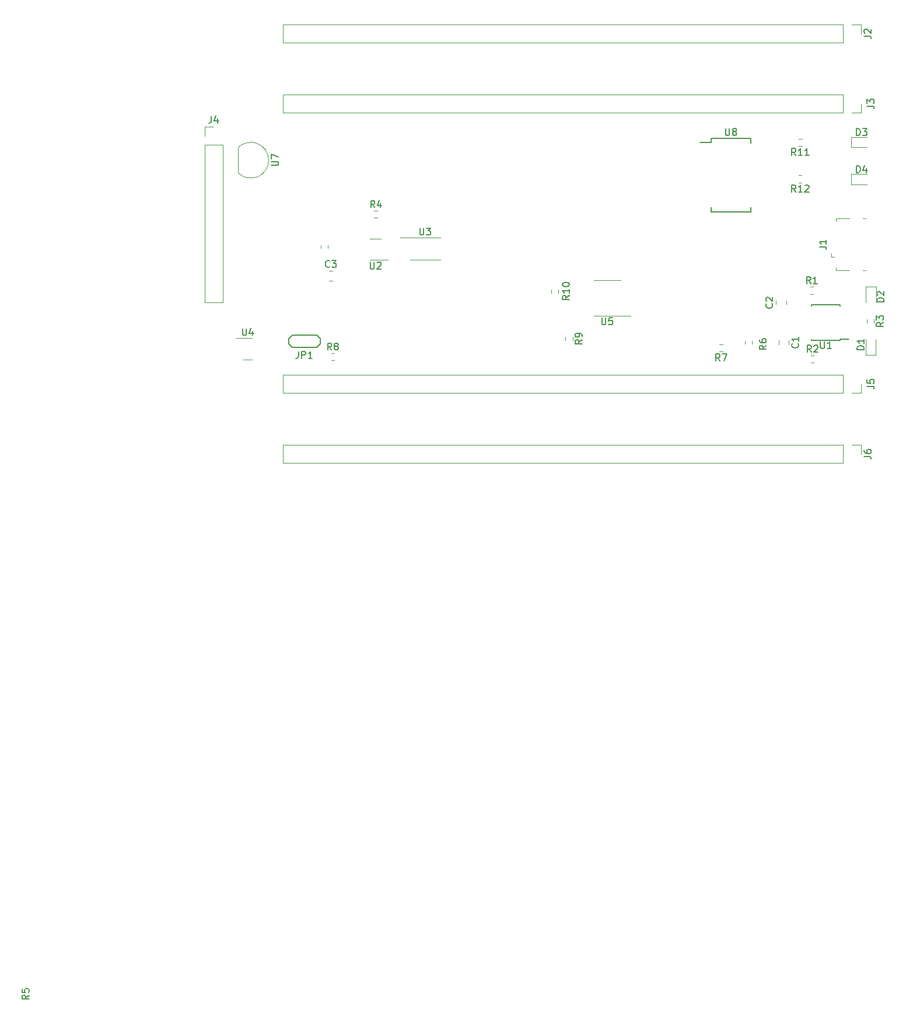
<source format=gbr>
%TF.GenerationSoftware,KiCad,Pcbnew,6.0.4-6f826c9f35~116~ubuntu21.10.1*%
%TF.CreationDate,2022-03-20T22:22:29+02:00*%
%TF.ProjectId,main,6d61696e-2e6b-4696-9361-645f70636258,rev?*%
%TF.SameCoordinates,Original*%
%TF.FileFunction,Legend,Top*%
%TF.FilePolarity,Positive*%
%FSLAX46Y46*%
G04 Gerber Fmt 4.6, Leading zero omitted, Abs format (unit mm)*
G04 Created by KiCad (PCBNEW 6.0.4-6f826c9f35~116~ubuntu21.10.1) date 2022-03-20 22:22:29*
%MOMM*%
%LPD*%
G01*
G04 APERTURE LIST*
%ADD10C,0.150000*%
%ADD11C,0.120000*%
G04 APERTURE END LIST*
D10*
%TO.C,JP1*%
X100026666Y-112112380D02*
X100026666Y-112826666D01*
X99979047Y-112969523D01*
X99883809Y-113064761D01*
X99740952Y-113112380D01*
X99645714Y-113112380D01*
X100502857Y-113112380D02*
X100502857Y-112112380D01*
X100883809Y-112112380D01*
X100979047Y-112160000D01*
X101026666Y-112207619D01*
X101074285Y-112302857D01*
X101074285Y-112445714D01*
X101026666Y-112540952D01*
X100979047Y-112588571D01*
X100883809Y-112636190D01*
X100502857Y-112636190D01*
X102026666Y-113112380D02*
X101455238Y-113112380D01*
X101740952Y-113112380D02*
X101740952Y-112112380D01*
X101645714Y-112255238D01*
X101550476Y-112350476D01*
X101455238Y-112398095D01*
%TO.C,J4*%
X87386666Y-77982380D02*
X87386666Y-78696666D01*
X87339047Y-78839523D01*
X87243809Y-78934761D01*
X87100952Y-78982380D01*
X87005714Y-78982380D01*
X88291428Y-78315714D02*
X88291428Y-78982380D01*
X88053333Y-77934761D02*
X87815238Y-78649047D01*
X88434285Y-78649047D01*
%TO.C,U1*%
X175788095Y-110682380D02*
X175788095Y-111491904D01*
X175835714Y-111587142D01*
X175883333Y-111634761D01*
X175978571Y-111682380D01*
X176169047Y-111682380D01*
X176264285Y-111634761D01*
X176311904Y-111587142D01*
X176359523Y-111491904D01*
X176359523Y-110682380D01*
X177359523Y-111682380D02*
X176788095Y-111682380D01*
X177073809Y-111682380D02*
X177073809Y-110682380D01*
X176978571Y-110825238D01*
X176883333Y-110920476D01*
X176788095Y-110968095D01*
%TO.C,R1*%
X174353333Y-102292380D02*
X174020000Y-101816190D01*
X173781904Y-102292380D02*
X173781904Y-101292380D01*
X174162857Y-101292380D01*
X174258095Y-101340000D01*
X174305714Y-101387619D01*
X174353333Y-101482857D01*
X174353333Y-101625714D01*
X174305714Y-101720952D01*
X174258095Y-101768571D01*
X174162857Y-101816190D01*
X173781904Y-101816190D01*
X175305714Y-102292380D02*
X174734285Y-102292380D01*
X175020000Y-102292380D02*
X175020000Y-101292380D01*
X174924761Y-101435238D01*
X174829523Y-101530476D01*
X174734285Y-101578095D01*
%TO.C,U7*%
X96112380Y-85151904D02*
X96921904Y-85151904D01*
X97017142Y-85104285D01*
X97064761Y-85056666D01*
X97112380Y-84961428D01*
X97112380Y-84770952D01*
X97064761Y-84675714D01*
X97017142Y-84628095D01*
X96921904Y-84580476D01*
X96112380Y-84580476D01*
X96112380Y-84199523D02*
X96112380Y-83532857D01*
X97112380Y-83961428D01*
%TO.C,C2*%
X168737142Y-105206666D02*
X168784761Y-105254285D01*
X168832380Y-105397142D01*
X168832380Y-105492380D01*
X168784761Y-105635238D01*
X168689523Y-105730476D01*
X168594285Y-105778095D01*
X168403809Y-105825714D01*
X168260952Y-105825714D01*
X168070476Y-105778095D01*
X167975238Y-105730476D01*
X167880000Y-105635238D01*
X167832380Y-105492380D01*
X167832380Y-105397142D01*
X167880000Y-105254285D01*
X167927619Y-105206666D01*
X167927619Y-104825714D02*
X167880000Y-104778095D01*
X167832380Y-104682857D01*
X167832380Y-104444761D01*
X167880000Y-104349523D01*
X167927619Y-104301904D01*
X168022857Y-104254285D01*
X168118095Y-104254285D01*
X168260952Y-104301904D01*
X168832380Y-104873333D01*
X168832380Y-104254285D01*
%TO.C,U5*%
X144053095Y-107247380D02*
X144053095Y-108056904D01*
X144100714Y-108152142D01*
X144148333Y-108199761D01*
X144243571Y-108247380D01*
X144434047Y-108247380D01*
X144529285Y-108199761D01*
X144576904Y-108152142D01*
X144624523Y-108056904D01*
X144624523Y-107247380D01*
X145576904Y-107247380D02*
X145100714Y-107247380D01*
X145053095Y-107723571D01*
X145100714Y-107675952D01*
X145195952Y-107628333D01*
X145434047Y-107628333D01*
X145529285Y-107675952D01*
X145576904Y-107723571D01*
X145624523Y-107818809D01*
X145624523Y-108056904D01*
X145576904Y-108152142D01*
X145529285Y-108199761D01*
X145434047Y-108247380D01*
X145195952Y-108247380D01*
X145100714Y-108199761D01*
X145053095Y-108152142D01*
%TO.C,U8*%
X162008095Y-79772380D02*
X162008095Y-80581904D01*
X162055714Y-80677142D01*
X162103333Y-80724761D01*
X162198571Y-80772380D01*
X162389047Y-80772380D01*
X162484285Y-80724761D01*
X162531904Y-80677142D01*
X162579523Y-80581904D01*
X162579523Y-79772380D01*
X163198571Y-80200952D02*
X163103333Y-80153333D01*
X163055714Y-80105714D01*
X163008095Y-80010476D01*
X163008095Y-79962857D01*
X163055714Y-79867619D01*
X163103333Y-79820000D01*
X163198571Y-79772380D01*
X163389047Y-79772380D01*
X163484285Y-79820000D01*
X163531904Y-79867619D01*
X163579523Y-79962857D01*
X163579523Y-80010476D01*
X163531904Y-80105714D01*
X163484285Y-80153333D01*
X163389047Y-80200952D01*
X163198571Y-80200952D01*
X163103333Y-80248571D01*
X163055714Y-80296190D01*
X163008095Y-80391428D01*
X163008095Y-80581904D01*
X163055714Y-80677142D01*
X163103333Y-80724761D01*
X163198571Y-80772380D01*
X163389047Y-80772380D01*
X163484285Y-80724761D01*
X163531904Y-80677142D01*
X163579523Y-80581904D01*
X163579523Y-80391428D01*
X163531904Y-80296190D01*
X163484285Y-80248571D01*
X163389047Y-80200952D01*
%TO.C,D3*%
X180991904Y-80804880D02*
X180991904Y-79804880D01*
X181230000Y-79804880D01*
X181372857Y-79852500D01*
X181468095Y-79947738D01*
X181515714Y-80042976D01*
X181563333Y-80233452D01*
X181563333Y-80376309D01*
X181515714Y-80566785D01*
X181468095Y-80662023D01*
X181372857Y-80757261D01*
X181230000Y-80804880D01*
X180991904Y-80804880D01*
X181896666Y-79804880D02*
X182515714Y-79804880D01*
X182182380Y-80185833D01*
X182325238Y-80185833D01*
X182420476Y-80233452D01*
X182468095Y-80281071D01*
X182515714Y-80376309D01*
X182515714Y-80614404D01*
X182468095Y-80709642D01*
X182420476Y-80757261D01*
X182325238Y-80804880D01*
X182039523Y-80804880D01*
X181944285Y-80757261D01*
X181896666Y-80709642D01*
%TO.C,D1*%
X182102380Y-111850595D02*
X181102380Y-111850595D01*
X181102380Y-111612500D01*
X181150000Y-111469642D01*
X181245238Y-111374404D01*
X181340476Y-111326785D01*
X181530952Y-111279166D01*
X181673809Y-111279166D01*
X181864285Y-111326785D01*
X181959523Y-111374404D01*
X182054761Y-111469642D01*
X182102380Y-111612500D01*
X182102380Y-111850595D01*
X182102380Y-110326785D02*
X182102380Y-110898214D01*
X182102380Y-110612500D02*
X181102380Y-110612500D01*
X181245238Y-110707738D01*
X181340476Y-110802976D01*
X181388095Y-110898214D01*
%TO.C,J1*%
X175622380Y-96953333D02*
X176336666Y-96953333D01*
X176479523Y-97000952D01*
X176574761Y-97096190D01*
X176622380Y-97239047D01*
X176622380Y-97334285D01*
X176622380Y-95953333D02*
X176622380Y-96524761D01*
X176622380Y-96239047D02*
X175622380Y-96239047D01*
X175765238Y-96334285D01*
X175860476Y-96429523D01*
X175908095Y-96524761D01*
%TO.C,R4*%
X111083333Y-91252380D02*
X110750000Y-90776190D01*
X110511904Y-91252380D02*
X110511904Y-90252380D01*
X110892857Y-90252380D01*
X110988095Y-90300000D01*
X111035714Y-90347619D01*
X111083333Y-90442857D01*
X111083333Y-90585714D01*
X111035714Y-90680952D01*
X110988095Y-90728571D01*
X110892857Y-90776190D01*
X110511904Y-90776190D01*
X111940476Y-90585714D02*
X111940476Y-91252380D01*
X111702380Y-90204761D02*
X111464285Y-90919047D01*
X112083333Y-90919047D01*
%TO.C,R12*%
X172197142Y-89002380D02*
X171863809Y-88526190D01*
X171625714Y-89002380D02*
X171625714Y-88002380D01*
X172006666Y-88002380D01*
X172101904Y-88050000D01*
X172149523Y-88097619D01*
X172197142Y-88192857D01*
X172197142Y-88335714D01*
X172149523Y-88430952D01*
X172101904Y-88478571D01*
X172006666Y-88526190D01*
X171625714Y-88526190D01*
X173149523Y-89002380D02*
X172578095Y-89002380D01*
X172863809Y-89002380D02*
X172863809Y-88002380D01*
X172768571Y-88145238D01*
X172673333Y-88240476D01*
X172578095Y-88288095D01*
X173530476Y-88097619D02*
X173578095Y-88050000D01*
X173673333Y-88002380D01*
X173911428Y-88002380D01*
X174006666Y-88050000D01*
X174054285Y-88097619D01*
X174101904Y-88192857D01*
X174101904Y-88288095D01*
X174054285Y-88430952D01*
X173482857Y-89002380D01*
X174101904Y-89002380D01*
%TO.C,U2*%
X110448095Y-99162380D02*
X110448095Y-99971904D01*
X110495714Y-100067142D01*
X110543333Y-100114761D01*
X110638571Y-100162380D01*
X110829047Y-100162380D01*
X110924285Y-100114761D01*
X110971904Y-100067142D01*
X111019523Y-99971904D01*
X111019523Y-99162380D01*
X111448095Y-99257619D02*
X111495714Y-99210000D01*
X111590952Y-99162380D01*
X111829047Y-99162380D01*
X111924285Y-99210000D01*
X111971904Y-99257619D01*
X112019523Y-99352857D01*
X112019523Y-99448095D01*
X111971904Y-99590952D01*
X111400476Y-100162380D01*
X112019523Y-100162380D01*
%TO.C,J3*%
X182562380Y-76533333D02*
X183276666Y-76533333D01*
X183419523Y-76580952D01*
X183514761Y-76676190D01*
X183562380Y-76819047D01*
X183562380Y-76914285D01*
X182562380Y-76152380D02*
X182562380Y-75533333D01*
X182943333Y-75866666D01*
X182943333Y-75723809D01*
X182990952Y-75628571D01*
X183038571Y-75580952D01*
X183133809Y-75533333D01*
X183371904Y-75533333D01*
X183467142Y-75580952D01*
X183514761Y-75628571D01*
X183562380Y-75723809D01*
X183562380Y-76009523D01*
X183514761Y-76104761D01*
X183467142Y-76152380D01*
%TO.C,C1*%
X172507142Y-110976666D02*
X172554761Y-111024285D01*
X172602380Y-111167142D01*
X172602380Y-111262380D01*
X172554761Y-111405238D01*
X172459523Y-111500476D01*
X172364285Y-111548095D01*
X172173809Y-111595714D01*
X172030952Y-111595714D01*
X171840476Y-111548095D01*
X171745238Y-111500476D01*
X171650000Y-111405238D01*
X171602380Y-111262380D01*
X171602380Y-111167142D01*
X171650000Y-111024285D01*
X171697619Y-110976666D01*
X172602380Y-110024285D02*
X172602380Y-110595714D01*
X172602380Y-110310000D02*
X171602380Y-110310000D01*
X171745238Y-110405238D01*
X171840476Y-110500476D01*
X171888095Y-110595714D01*
%TO.C,R11*%
X172212142Y-83692380D02*
X171878809Y-83216190D01*
X171640714Y-83692380D02*
X171640714Y-82692380D01*
X172021666Y-82692380D01*
X172116904Y-82740000D01*
X172164523Y-82787619D01*
X172212142Y-82882857D01*
X172212142Y-83025714D01*
X172164523Y-83120952D01*
X172116904Y-83168571D01*
X172021666Y-83216190D01*
X171640714Y-83216190D01*
X173164523Y-83692380D02*
X172593095Y-83692380D01*
X172878809Y-83692380D02*
X172878809Y-82692380D01*
X172783571Y-82835238D01*
X172688333Y-82930476D01*
X172593095Y-82978095D01*
X174116904Y-83692380D02*
X173545476Y-83692380D01*
X173831190Y-83692380D02*
X173831190Y-82692380D01*
X173735952Y-82835238D01*
X173640714Y-82930476D01*
X173545476Y-82978095D01*
%TO.C,R2*%
X174443333Y-112232380D02*
X174110000Y-111756190D01*
X173871904Y-112232380D02*
X173871904Y-111232380D01*
X174252857Y-111232380D01*
X174348095Y-111280000D01*
X174395714Y-111327619D01*
X174443333Y-111422857D01*
X174443333Y-111565714D01*
X174395714Y-111660952D01*
X174348095Y-111708571D01*
X174252857Y-111756190D01*
X173871904Y-111756190D01*
X174824285Y-111327619D02*
X174871904Y-111280000D01*
X174967142Y-111232380D01*
X175205238Y-111232380D01*
X175300476Y-111280000D01*
X175348095Y-111327619D01*
X175395714Y-111422857D01*
X175395714Y-111518095D01*
X175348095Y-111660952D01*
X174776666Y-112232380D01*
X175395714Y-112232380D01*
%TO.C,C3*%
X104553333Y-99837142D02*
X104505714Y-99884761D01*
X104362857Y-99932380D01*
X104267619Y-99932380D01*
X104124761Y-99884761D01*
X104029523Y-99789523D01*
X103981904Y-99694285D01*
X103934285Y-99503809D01*
X103934285Y-99360952D01*
X103981904Y-99170476D01*
X104029523Y-99075238D01*
X104124761Y-98980000D01*
X104267619Y-98932380D01*
X104362857Y-98932380D01*
X104505714Y-98980000D01*
X104553333Y-99027619D01*
X104886666Y-98932380D02*
X105505714Y-98932380D01*
X105172380Y-99313333D01*
X105315238Y-99313333D01*
X105410476Y-99360952D01*
X105458095Y-99408571D01*
X105505714Y-99503809D01*
X105505714Y-99741904D01*
X105458095Y-99837142D01*
X105410476Y-99884761D01*
X105315238Y-99932380D01*
X105029523Y-99932380D01*
X104934285Y-99884761D01*
X104886666Y-99837142D01*
%TO.C,R10*%
X139332380Y-104022857D02*
X138856190Y-104356190D01*
X139332380Y-104594285D02*
X138332380Y-104594285D01*
X138332380Y-104213333D01*
X138380000Y-104118095D01*
X138427619Y-104070476D01*
X138522857Y-104022857D01*
X138665714Y-104022857D01*
X138760952Y-104070476D01*
X138808571Y-104118095D01*
X138856190Y-104213333D01*
X138856190Y-104594285D01*
X139332380Y-103070476D02*
X139332380Y-103641904D01*
X139332380Y-103356190D02*
X138332380Y-103356190D01*
X138475238Y-103451428D01*
X138570476Y-103546666D01*
X138618095Y-103641904D01*
X138332380Y-102451428D02*
X138332380Y-102356190D01*
X138380000Y-102260952D01*
X138427619Y-102213333D01*
X138522857Y-102165714D01*
X138713333Y-102118095D01*
X138951428Y-102118095D01*
X139141904Y-102165714D01*
X139237142Y-102213333D01*
X139284761Y-102260952D01*
X139332380Y-102356190D01*
X139332380Y-102451428D01*
X139284761Y-102546666D01*
X139237142Y-102594285D01*
X139141904Y-102641904D01*
X138951428Y-102689523D01*
X138713333Y-102689523D01*
X138522857Y-102641904D01*
X138427619Y-102594285D01*
X138380000Y-102546666D01*
X138332380Y-102451428D01*
%TO.C,D4*%
X180991904Y-86182380D02*
X180991904Y-85182380D01*
X181230000Y-85182380D01*
X181372857Y-85230000D01*
X181468095Y-85325238D01*
X181515714Y-85420476D01*
X181563333Y-85610952D01*
X181563333Y-85753809D01*
X181515714Y-85944285D01*
X181468095Y-86039523D01*
X181372857Y-86134761D01*
X181230000Y-86182380D01*
X180991904Y-86182380D01*
X182420476Y-85515714D02*
X182420476Y-86182380D01*
X182182380Y-85134761D02*
X181944285Y-85849047D01*
X182563333Y-85849047D01*
%TO.C,J2*%
X182122380Y-66373333D02*
X182836666Y-66373333D01*
X182979523Y-66420952D01*
X183074761Y-66516190D01*
X183122380Y-66659047D01*
X183122380Y-66754285D01*
X182217619Y-65944761D02*
X182170000Y-65897142D01*
X182122380Y-65801904D01*
X182122380Y-65563809D01*
X182170000Y-65468571D01*
X182217619Y-65420952D01*
X182312857Y-65373333D01*
X182408095Y-65373333D01*
X182550952Y-65420952D01*
X183122380Y-65992380D01*
X183122380Y-65373333D01*
%TO.C,U3*%
X117628095Y-94222380D02*
X117628095Y-95031904D01*
X117675714Y-95127142D01*
X117723333Y-95174761D01*
X117818571Y-95222380D01*
X118009047Y-95222380D01*
X118104285Y-95174761D01*
X118151904Y-95127142D01*
X118199523Y-95031904D01*
X118199523Y-94222380D01*
X118580476Y-94222380D02*
X119199523Y-94222380D01*
X118866190Y-94603333D01*
X119009047Y-94603333D01*
X119104285Y-94650952D01*
X119151904Y-94698571D01*
X119199523Y-94793809D01*
X119199523Y-95031904D01*
X119151904Y-95127142D01*
X119104285Y-95174761D01*
X119009047Y-95222380D01*
X118723333Y-95222380D01*
X118628095Y-95174761D01*
X118580476Y-95127142D01*
%TO.C,R7*%
X161183333Y-113492380D02*
X160850000Y-113016190D01*
X160611904Y-113492380D02*
X160611904Y-112492380D01*
X160992857Y-112492380D01*
X161088095Y-112540000D01*
X161135714Y-112587619D01*
X161183333Y-112682857D01*
X161183333Y-112825714D01*
X161135714Y-112920952D01*
X161088095Y-112968571D01*
X160992857Y-113016190D01*
X160611904Y-113016190D01*
X161516666Y-112492380D02*
X162183333Y-112492380D01*
X161754761Y-113492380D01*
%TO.C,J6*%
X182122380Y-127333333D02*
X182836666Y-127333333D01*
X182979523Y-127380952D01*
X183074761Y-127476190D01*
X183122380Y-127619047D01*
X183122380Y-127714285D01*
X182122380Y-126428571D02*
X182122380Y-126619047D01*
X182170000Y-126714285D01*
X182217619Y-126761904D01*
X182360476Y-126857142D01*
X182550952Y-126904761D01*
X182931904Y-126904761D01*
X183027142Y-126857142D01*
X183074761Y-126809523D01*
X183122380Y-126714285D01*
X183122380Y-126523809D01*
X183074761Y-126428571D01*
X183027142Y-126380952D01*
X182931904Y-126333333D01*
X182693809Y-126333333D01*
X182598571Y-126380952D01*
X182550952Y-126428571D01*
X182503333Y-126523809D01*
X182503333Y-126714285D01*
X182550952Y-126809523D01*
X182598571Y-126857142D01*
X182693809Y-126904761D01*
%TO.C,R9*%
X141172380Y-110426666D02*
X140696190Y-110760000D01*
X141172380Y-110998095D02*
X140172380Y-110998095D01*
X140172380Y-110617142D01*
X140220000Y-110521904D01*
X140267619Y-110474285D01*
X140362857Y-110426666D01*
X140505714Y-110426666D01*
X140600952Y-110474285D01*
X140648571Y-110521904D01*
X140696190Y-110617142D01*
X140696190Y-110998095D01*
X141172380Y-109950476D02*
X141172380Y-109760000D01*
X141124761Y-109664761D01*
X141077142Y-109617142D01*
X140934285Y-109521904D01*
X140743809Y-109474285D01*
X140362857Y-109474285D01*
X140267619Y-109521904D01*
X140220000Y-109569523D01*
X140172380Y-109664761D01*
X140172380Y-109855238D01*
X140220000Y-109950476D01*
X140267619Y-109998095D01*
X140362857Y-110045714D01*
X140600952Y-110045714D01*
X140696190Y-109998095D01*
X140743809Y-109950476D01*
X140791428Y-109855238D01*
X140791428Y-109664761D01*
X140743809Y-109569523D01*
X140696190Y-109521904D01*
X140600952Y-109474285D01*
%TO.C,J5*%
X182562380Y-117173333D02*
X183276666Y-117173333D01*
X183419523Y-117220952D01*
X183514761Y-117316190D01*
X183562380Y-117459047D01*
X183562380Y-117554285D01*
X182562380Y-116220952D02*
X182562380Y-116697142D01*
X183038571Y-116744761D01*
X182990952Y-116697142D01*
X182943333Y-116601904D01*
X182943333Y-116363809D01*
X182990952Y-116268571D01*
X183038571Y-116220952D01*
X183133809Y-116173333D01*
X183371904Y-116173333D01*
X183467142Y-116220952D01*
X183514761Y-116268571D01*
X183562380Y-116363809D01*
X183562380Y-116601904D01*
X183514761Y-116697142D01*
X183467142Y-116744761D01*
%TO.C,R5*%
X60912380Y-205476666D02*
X60436190Y-205810000D01*
X60912380Y-206048095D02*
X59912380Y-206048095D01*
X59912380Y-205667142D01*
X59960000Y-205571904D01*
X60007619Y-205524285D01*
X60102857Y-205476666D01*
X60245714Y-205476666D01*
X60340952Y-205524285D01*
X60388571Y-205571904D01*
X60436190Y-205667142D01*
X60436190Y-206048095D01*
X59912380Y-204571904D02*
X59912380Y-205048095D01*
X60388571Y-205095714D01*
X60340952Y-205048095D01*
X60293333Y-204952857D01*
X60293333Y-204714761D01*
X60340952Y-204619523D01*
X60388571Y-204571904D01*
X60483809Y-204524285D01*
X60721904Y-204524285D01*
X60817142Y-204571904D01*
X60864761Y-204619523D01*
X60912380Y-204714761D01*
X60912380Y-204952857D01*
X60864761Y-205048095D01*
X60817142Y-205095714D01*
%TO.C,D2*%
X184992380Y-104928095D02*
X183992380Y-104928095D01*
X183992380Y-104690000D01*
X184040000Y-104547142D01*
X184135238Y-104451904D01*
X184230476Y-104404285D01*
X184420952Y-104356666D01*
X184563809Y-104356666D01*
X184754285Y-104404285D01*
X184849523Y-104451904D01*
X184944761Y-104547142D01*
X184992380Y-104690000D01*
X184992380Y-104928095D01*
X184087619Y-103975714D02*
X184040000Y-103928095D01*
X183992380Y-103832857D01*
X183992380Y-103594761D01*
X184040000Y-103499523D01*
X184087619Y-103451904D01*
X184182857Y-103404285D01*
X184278095Y-103404285D01*
X184420952Y-103451904D01*
X184992380Y-104023333D01*
X184992380Y-103404285D01*
%TO.C,R8*%
X104833333Y-111902380D02*
X104500000Y-111426190D01*
X104261904Y-111902380D02*
X104261904Y-110902380D01*
X104642857Y-110902380D01*
X104738095Y-110950000D01*
X104785714Y-110997619D01*
X104833333Y-111092857D01*
X104833333Y-111235714D01*
X104785714Y-111330952D01*
X104738095Y-111378571D01*
X104642857Y-111426190D01*
X104261904Y-111426190D01*
X105404761Y-111330952D02*
X105309523Y-111283333D01*
X105261904Y-111235714D01*
X105214285Y-111140476D01*
X105214285Y-111092857D01*
X105261904Y-110997619D01*
X105309523Y-110950000D01*
X105404761Y-110902380D01*
X105595238Y-110902380D01*
X105690476Y-110950000D01*
X105738095Y-110997619D01*
X105785714Y-111092857D01*
X105785714Y-111140476D01*
X105738095Y-111235714D01*
X105690476Y-111283333D01*
X105595238Y-111330952D01*
X105404761Y-111330952D01*
X105309523Y-111378571D01*
X105261904Y-111426190D01*
X105214285Y-111521428D01*
X105214285Y-111711904D01*
X105261904Y-111807142D01*
X105309523Y-111854761D01*
X105404761Y-111902380D01*
X105595238Y-111902380D01*
X105690476Y-111854761D01*
X105738095Y-111807142D01*
X105785714Y-111711904D01*
X105785714Y-111521428D01*
X105738095Y-111426190D01*
X105690476Y-111378571D01*
X105595238Y-111330952D01*
%TO.C,R6*%
X167902380Y-111246666D02*
X167426190Y-111580000D01*
X167902380Y-111818095D02*
X166902380Y-111818095D01*
X166902380Y-111437142D01*
X166950000Y-111341904D01*
X166997619Y-111294285D01*
X167092857Y-111246666D01*
X167235714Y-111246666D01*
X167330952Y-111294285D01*
X167378571Y-111341904D01*
X167426190Y-111437142D01*
X167426190Y-111818095D01*
X166902380Y-110389523D02*
X166902380Y-110580000D01*
X166950000Y-110675238D01*
X166997619Y-110722857D01*
X167140476Y-110818095D01*
X167330952Y-110865714D01*
X167711904Y-110865714D01*
X167807142Y-110818095D01*
X167854761Y-110770476D01*
X167902380Y-110675238D01*
X167902380Y-110484761D01*
X167854761Y-110389523D01*
X167807142Y-110341904D01*
X167711904Y-110294285D01*
X167473809Y-110294285D01*
X167378571Y-110341904D01*
X167330952Y-110389523D01*
X167283333Y-110484761D01*
X167283333Y-110675238D01*
X167330952Y-110770476D01*
X167378571Y-110818095D01*
X167473809Y-110865714D01*
%TO.C,U4*%
X91888095Y-108792380D02*
X91888095Y-109601904D01*
X91935714Y-109697142D01*
X91983333Y-109744761D01*
X92078571Y-109792380D01*
X92269047Y-109792380D01*
X92364285Y-109744761D01*
X92411904Y-109697142D01*
X92459523Y-109601904D01*
X92459523Y-108792380D01*
X93364285Y-109125714D02*
X93364285Y-109792380D01*
X93126190Y-108744761D02*
X92888095Y-109459047D01*
X93507142Y-109459047D01*
%TO.C,R3*%
X184912380Y-107886666D02*
X184436190Y-108220000D01*
X184912380Y-108458095D02*
X183912380Y-108458095D01*
X183912380Y-108077142D01*
X183960000Y-107981904D01*
X184007619Y-107934285D01*
X184102857Y-107886666D01*
X184245714Y-107886666D01*
X184340952Y-107934285D01*
X184388571Y-107981904D01*
X184436190Y-108077142D01*
X184436190Y-108458095D01*
X183912380Y-107553333D02*
X183912380Y-106934285D01*
X184293333Y-107267619D01*
X184293333Y-107124761D01*
X184340952Y-107029523D01*
X184388571Y-106981904D01*
X184483809Y-106934285D01*
X184721904Y-106934285D01*
X184817142Y-106981904D01*
X184864761Y-107029523D01*
X184912380Y-107124761D01*
X184912380Y-107410476D01*
X184864761Y-107505714D01*
X184817142Y-107553333D01*
%TO.C,JP1*%
X103190000Y-111060000D02*
X102690000Y-111560000D01*
X98590000Y-110260000D02*
X99090000Y-109760000D01*
X99090000Y-111560000D02*
X98590000Y-111060000D01*
X102690000Y-111560000D02*
X99090000Y-111560000D01*
X102690000Y-109760000D02*
X103190000Y-110260000D01*
X103190000Y-110260000D02*
X103190000Y-111060000D01*
X98590000Y-111060000D02*
X98590000Y-110260000D01*
X99090000Y-109760000D02*
X102690000Y-109760000D01*
D11*
%TO.C,J4*%
X86390000Y-105050000D02*
X89050000Y-105050000D01*
X86390000Y-82130000D02*
X89050000Y-82130000D01*
X86390000Y-79530000D02*
X87720000Y-79530000D01*
X86390000Y-82130000D02*
X86390000Y-105050000D01*
X89050000Y-82130000D02*
X89050000Y-105050000D01*
X86390000Y-80860000D02*
X86390000Y-79530000D01*
D10*
%TO.C,U1*%
X178625000Y-105355000D02*
X178625000Y-105555000D01*
X174475000Y-105355000D02*
X174475000Y-105555000D01*
X178625000Y-110305000D02*
X179925000Y-110305000D01*
X178625000Y-110505000D02*
X174475000Y-110505000D01*
X174475000Y-110505000D02*
X174475000Y-110305000D01*
X178625000Y-110505000D02*
X178625000Y-110305000D01*
X178625000Y-105355000D02*
X174475000Y-105355000D01*
D11*
%TO.C,R1*%
X174282742Y-102747500D02*
X174757258Y-102747500D01*
X174282742Y-103792500D02*
X174757258Y-103792500D01*
%TO.C,U7*%
X91250000Y-82590000D02*
X91250000Y-86190000D01*
X91261522Y-86228478D02*
G75*
G03*
X95700000Y-84390000I1838478J1838478D01*
G01*
X95700001Y-84390000D02*
G75*
G03*
X91261522Y-82551522I-2600001J0D01*
G01*
%TO.C,C2*%
X169325000Y-105301252D02*
X169325000Y-104778748D01*
X170795000Y-105301252D02*
X170795000Y-104778748D01*
%TO.C,U5*%
X144815000Y-101835000D02*
X142865000Y-101835000D01*
X144815000Y-101835000D02*
X146765000Y-101835000D01*
X144815000Y-106955000D02*
X148265000Y-106955000D01*
X144815000Y-106955000D02*
X142865000Y-106955000D01*
D10*
%TO.C,U8*%
X165645000Y-81245000D02*
X165645000Y-81895000D01*
X159895000Y-91895000D02*
X165645000Y-91895000D01*
X159895000Y-91895000D02*
X159895000Y-91245000D01*
X159895000Y-81245000D02*
X165645000Y-81245000D01*
X165645000Y-91895000D02*
X165645000Y-91245000D01*
X159895000Y-81820000D02*
X158295000Y-81820000D01*
X159895000Y-81245000D02*
X159895000Y-81820000D01*
D11*
%TO.C,D3*%
X180245000Y-82517500D02*
X182530000Y-82517500D01*
X180245000Y-81047500D02*
X180245000Y-82517500D01*
X182530000Y-81047500D02*
X180245000Y-81047500D01*
%TO.C,D1*%
X183815000Y-112597500D02*
X183815000Y-110312500D01*
X182345000Y-112597500D02*
X183815000Y-112597500D01*
X182345000Y-110312500D02*
X182345000Y-112597500D01*
%TO.C,J1*%
X179990000Y-100380000D02*
X178010000Y-100380000D01*
X178010000Y-100380000D02*
X178010000Y-99960000D01*
X178010000Y-92860000D02*
X178010000Y-93280000D01*
X179990000Y-92860000D02*
X178010000Y-92860000D01*
X181960000Y-92860000D02*
X182360000Y-92860000D01*
X182360000Y-100380000D02*
X181960000Y-100380000D01*
X177780000Y-98380000D02*
X177330000Y-98380000D01*
X177330000Y-97930000D02*
X177330000Y-98380000D01*
%TO.C,R4*%
X111012742Y-92752500D02*
X111487258Y-92752500D01*
X111012742Y-91707500D02*
X111487258Y-91707500D01*
%TO.C,R12*%
X173077258Y-86597500D02*
X172602742Y-86597500D01*
X173077258Y-87642500D02*
X172602742Y-87642500D01*
%TO.C,U2*%
X111210000Y-98870000D02*
X110410000Y-98870000D01*
X111210000Y-95750000D02*
X110410000Y-95750000D01*
X111210000Y-98870000D02*
X113010000Y-98870000D01*
X111210000Y-95750000D02*
X112010000Y-95750000D01*
%TO.C,J3*%
X181670000Y-77530000D02*
X180340000Y-77530000D01*
X179070000Y-74870000D02*
X97730000Y-74870000D01*
X179070000Y-74870000D02*
X179070000Y-77530000D01*
X97730000Y-74870000D02*
X97730000Y-77530000D01*
X181670000Y-76200000D02*
X181670000Y-77530000D01*
X179070000Y-77530000D02*
X97730000Y-77530000D01*
%TO.C,C1*%
X171205000Y-110548748D02*
X171205000Y-111071252D01*
X169735000Y-110548748D02*
X169735000Y-111071252D01*
%TO.C,R11*%
X173092258Y-81287500D02*
X172617742Y-81287500D01*
X173092258Y-82332500D02*
X172617742Y-82332500D01*
%TO.C,R2*%
X174372742Y-113732500D02*
X174847258Y-113732500D01*
X174372742Y-112687500D02*
X174847258Y-112687500D01*
%TO.C,C3*%
X104458748Y-100425000D02*
X104981252Y-100425000D01*
X104458748Y-101895000D02*
X104981252Y-101895000D01*
%TO.C,R10*%
X136717500Y-103142742D02*
X136717500Y-103617258D01*
X137762500Y-103142742D02*
X137762500Y-103617258D01*
%TO.C,D4*%
X180245000Y-87895000D02*
X182530000Y-87895000D01*
X180245000Y-86425000D02*
X180245000Y-87895000D01*
X182530000Y-86425000D02*
X180245000Y-86425000D01*
%TO.C,J2*%
X180340000Y-64710000D02*
X181670000Y-64710000D01*
X179070000Y-67370000D02*
X97730000Y-67370000D01*
X179070000Y-64710000D02*
X179070000Y-67370000D01*
X181670000Y-64710000D02*
X181670000Y-66040000D01*
X97730000Y-64710000D02*
X97730000Y-67370000D01*
X179070000Y-64710000D02*
X97730000Y-64710000D01*
%TO.C,U3*%
X118390000Y-95610000D02*
X114790000Y-95610000D01*
X118390000Y-95610000D02*
X120590000Y-95610000D01*
X118390000Y-98830000D02*
X120590000Y-98830000D01*
X118390000Y-98830000D02*
X116190000Y-98830000D01*
%TO.C,R7*%
X161587258Y-111087500D02*
X161112742Y-111087500D01*
X161587258Y-112132500D02*
X161112742Y-112132500D01*
%TO.C,J6*%
X180340000Y-125670000D02*
X181670000Y-125670000D01*
X179070000Y-125670000D02*
X179070000Y-128330000D01*
X97730000Y-125670000D02*
X97730000Y-128330000D01*
X181670000Y-125670000D02*
X181670000Y-127000000D01*
X179070000Y-128330000D02*
X97730000Y-128330000D01*
X179070000Y-125670000D02*
X97730000Y-125670000D01*
%TO.C,R9*%
X138767500Y-110022742D02*
X138767500Y-110497258D01*
X139812500Y-110022742D02*
X139812500Y-110497258D01*
%TO.C,J5*%
X179070000Y-115510000D02*
X179070000Y-118170000D01*
X181670000Y-118170000D02*
X180340000Y-118170000D01*
X97730000Y-115510000D02*
X97730000Y-118170000D01*
X179070000Y-115510000D02*
X97730000Y-115510000D01*
X181670000Y-116840000D02*
X181670000Y-118170000D01*
X179070000Y-118170000D02*
X97730000Y-118170000D01*
%TO.C,R5*%
X103257500Y-96692742D02*
X103257500Y-97167258D01*
X104302500Y-96692742D02*
X104302500Y-97167258D01*
%TO.C,D2*%
X182375000Y-102705000D02*
X182375000Y-104990000D01*
X183845000Y-102705000D02*
X182375000Y-102705000D01*
X183845000Y-104990000D02*
X183845000Y-102705000D01*
%TO.C,R8*%
X104762742Y-112357500D02*
X105237258Y-112357500D01*
X104762742Y-113402500D02*
X105237258Y-113402500D01*
%TO.C,R6*%
X165852500Y-110562742D02*
X165852500Y-111037258D01*
X164807500Y-110562742D02*
X164807500Y-111037258D01*
%TO.C,U4*%
X92650000Y-110180000D02*
X90975000Y-110180000D01*
X92650000Y-113300000D02*
X93300000Y-113300000D01*
X92650000Y-113300000D02*
X92000000Y-113300000D01*
X92650000Y-110180000D02*
X93300000Y-110180000D01*
%TO.C,R3*%
X183552500Y-107482742D02*
X183552500Y-107957258D01*
X182507500Y-107482742D02*
X182507500Y-107957258D01*
%TD*%
M02*

</source>
